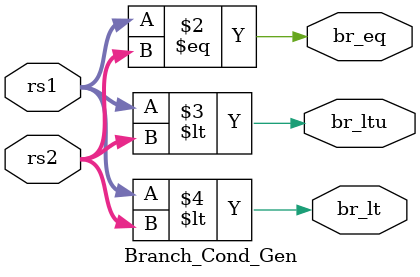
<source format=v>
`timescale 1ns / 1ps
    
// Dependencies: 
// 
// Revision:
// Revision 0.01 - File Created
// Additional Comments:
// 
//////////////////////////////////////////////////////////////////////////////////
module Branch_Cond_Gen(
    rs1,
    rs2,
    br_eq,
    br_lt,
    br_ltu
    );
    
    input [n-1:0] rs1;
    input [n-1:0] rs2;
    output reg br_eq;
    output reg br_lt;
    output reg br_ltu;
    
    parameter n = 32;
    
    always @ (rs1, rs2)
    begin
        br_eq  = rs1 == rs2;                    //Branch if equal
        br_ltu = rs1 <  rs2;                    //Branch if less than (Unsigned)
        br_lt  = $signed(rs1) < $signed(rs2);   //Branch if less than (Signed)     
    end
   
endmodule

</source>
